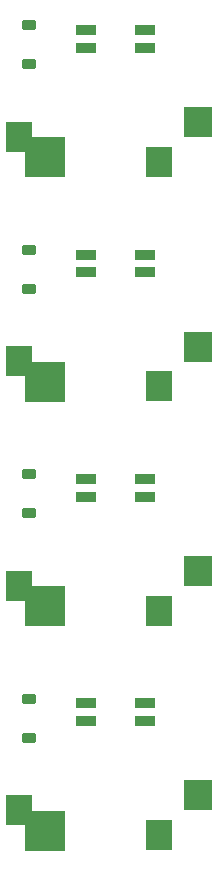
<source format=gbp>
G04 #@! TF.GenerationSoftware,KiCad,Pcbnew,7.0.8*
G04 #@! TF.CreationDate,2023-10-17T04:22:41-07:00*
G04 #@! TF.ProjectId,Seismos_4-Key,53656973-6d6f-4735-9f34-2d4b65792e6b,rev?*
G04 #@! TF.SameCoordinates,Original*
G04 #@! TF.FileFunction,Paste,Bot*
G04 #@! TF.FilePolarity,Positive*
%FSLAX46Y46*%
G04 Gerber Fmt 4.6, Leading zero omitted, Abs format (unit mm)*
G04 Created by KiCad (PCBNEW 7.0.8) date 2023-10-17 04:22:41*
%MOMM*%
%LPD*%
G01*
G04 APERTURE LIST*
G04 Aperture macros list*
%AMRoundRect*
0 Rectangle with rounded corners*
0 $1 Rounding radius*
0 $2 $3 $4 $5 $6 $7 $8 $9 X,Y pos of 4 corners*
0 Add a 4 corners polygon primitive as box body*
4,1,4,$2,$3,$4,$5,$6,$7,$8,$9,$2,$3,0*
0 Add four circle primitives for the rounded corners*
1,1,$1+$1,$2,$3*
1,1,$1+$1,$4,$5*
1,1,$1+$1,$6,$7*
1,1,$1+$1,$8,$9*
0 Add four rect primitives between the rounded corners*
20,1,$1+$1,$2,$3,$4,$5,0*
20,1,$1+$1,$4,$5,$6,$7,0*
20,1,$1+$1,$6,$7,$8,$9,0*
20,1,$1+$1,$8,$9,$2,$3,0*%
G04 Aperture macros list end*
%ADD10R,1.750000X0.812800*%
%ADD11R,2.300000X2.600000*%
%ADD12R,3.500000X3.500000*%
%ADD13R,2.400000X2.600000*%
%ADD14RoundRect,0.225000X-0.375000X0.225000X-0.375000X-0.225000X0.375000X-0.225000X0.375000X0.225000X0*%
G04 APERTURE END LIST*
D10*
X49378000Y-54754900D03*
D11*
X38660000Y-63800000D03*
X50560000Y-65900000D03*
D10*
X44348100Y-54754900D03*
X49378000Y-56253500D03*
X44348100Y-56253500D03*
D12*
X40910000Y-65515000D03*
D13*
X53860000Y-62540000D03*
D10*
X49378000Y-35754900D03*
D11*
X38660000Y-44800000D03*
X50560000Y-46900000D03*
D10*
X44348100Y-35754900D03*
X49378000Y-37253500D03*
X44348100Y-37253500D03*
D12*
X40910000Y-46515000D03*
D13*
X53860000Y-43540000D03*
D10*
X49378000Y-73754900D03*
D11*
X38660000Y-82800000D03*
X50560000Y-84900000D03*
D10*
X44348100Y-73754900D03*
X49378000Y-75253500D03*
X44348100Y-75253500D03*
D12*
X40910000Y-84515000D03*
D13*
X53860000Y-81540000D03*
D10*
X49378000Y-92754900D03*
D11*
X38660000Y-101800000D03*
X50560000Y-103900000D03*
D10*
X44348100Y-92754900D03*
X49378000Y-94253500D03*
X44348100Y-94253500D03*
D12*
X40910000Y-103515000D03*
D13*
X53860000Y-100540000D03*
D14*
X39500000Y-54350000D03*
X39500000Y-57650000D03*
X39500000Y-92350000D03*
X39500000Y-95650000D03*
X39500000Y-35350000D03*
X39500000Y-38650000D03*
X39500000Y-73350000D03*
X39500000Y-76650000D03*
M02*

</source>
